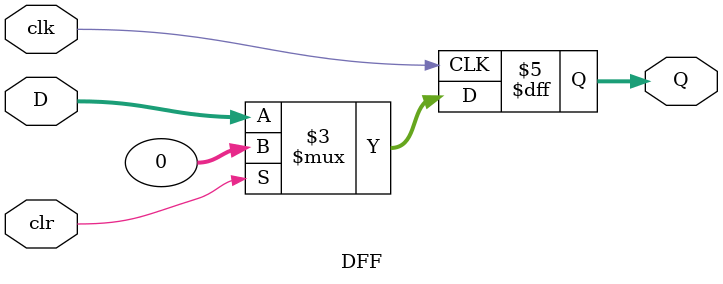
<source format=v>
`timescale 1ns / 1ps
module DFF(
    input [31:0] D,
    input clk,
	 input clr,
    output reg [31:0] Q
    );

always @(posedge clk)
	begin
	if(clr) Q=0;
	else	Q=D;
	end
	

endmodule

</source>
